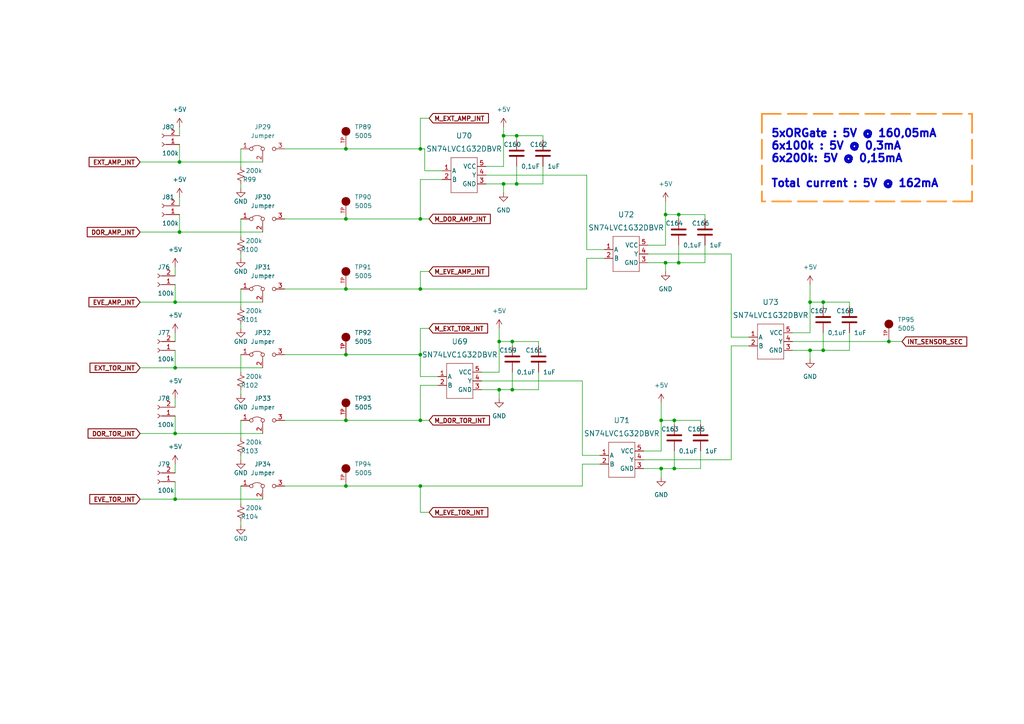
<source format=kicad_sch>
(kicad_sch (version 20211123) (generator eeschema)
  (paper "A4")
  (lib_symbols
    (symbol "Connector:Conn_01x02_Female" (pin_names (offset 1.016) hide)
      (property "Reference" "J" (at 0 2.54 0))
      (property "Value" "Conn_01x02_Female" (at 0 -5.08 0))
      (symbol "Conn_01x02_Female_1_1"
        (arc (start 0 -2.032) (mid -0.508 -2.54) (end 0 -3.048) (stroke (width 0.1524)))
        (polyline (pts (xy -1.27 -2.54) (xy -0.508 -2.54)) (stroke (width 0.1524)))
        (polyline (pts (xy -1.27 0) (xy -0.508 0)) (stroke (width 0.1524)))
        (arc (start 0 0.508) (mid -0.508 0) (end 0 -0.508) (stroke (width 0.1524)))
        (pin passive line (at -5.08 0 0) (length 3.81) (name "Pin_1") (number "1"))
        (pin passive line (at -5.08 -2.54 0) (length 3.81) (name "Pin_2") (number "2"))
      )
    )
    (symbol "Device:C" (pin_numbers hide) (pin_names (offset 0.254))
      (property "Reference" "C" (at 0.635 2.54 0))
      (property "Value" "C" (at 0.635 -2.54 0))
      (symbol "C_0_1"
        (polyline (pts (xy -2.032 -0.762) (xy 2.032 -0.762)) (stroke (width 0.508)))
        (polyline (pts (xy -2.032 0.762) (xy 2.032 0.762)) (stroke (width 0.508)))
      )
      (symbol "C_1_1"
        (pin passive line (at 0 3.81 270) (length 2.794) (name "~") (number "1"))
        (pin passive line (at 0 -3.81 90) (length 2.794) (name "~") (number "2"))
      )
    )
    (symbol "Device:R_Small_US" (pin_numbers hide) (pin_names (offset 0.254) hide)
      (property "Reference" "R" (at 0.762 0.508 0))
      (property "Value" "R_Small_US" (at 0.762 -1.016 0))
      (symbol "R_Small_US_1_1"
        (polyline (pts (xy 0 0) (xy 1.016 -0.381) (xy 0 -0.762) (xy -1.016 -1.143) (xy 0 -1.524)))
        (polyline (pts (xy 0 1.524) (xy 1.016 1.143) (xy 0 0.762) (xy -1.016 0.381) (xy 0 0)))
        (pin passive line (at 0 2.54 270) (length 1.016) (name "~") (number "1"))
        (pin passive line (at 0 -2.54 90) (length 1.016) (name "~") (number "2"))
      )
    )
    (symbol "Jumper:Jumper_3_Bridged12" (pin_names (offset 0) hide)
      (property "Reference" "JP" (at -2.54 -2.54 0))
      (property "Value" "Jumper_3_Bridged12" (at 0 2.794 0))
      (symbol "Jumper_3_Bridged12_0_0"
        (circle (center -3.302 0) (radius 0.508))
        (circle (center 0 0) (radius 0.508))
        (circle (center 3.302 0) (radius 0.508))
      )
      (symbol "Jumper_3_Bridged12_0_1"
        (arc (start -0.254 0.508) (mid -1.651 0.9912) (end -3.048 0.508))
        (polyline (pts (xy 0 -1.27) (xy 0 -0.508)))
      )
      (symbol "Jumper_3_Bridged12_1_1"
        (pin passive line (at -6.35 0 0) (length 2.54) (name "A") (number "1"))
        (pin passive line (at 0 -3.81 90) (length 2.54) (name "C") (number "2"))
        (pin passive line (at 6.35 0 180) (length 2.54) (name "B") (number "3"))
      )
    )
    (symbol "SymLib:5005" (pin_names (offset 1.016))
      (property "Reference" "TP" (at -2.54 2.54 0))
      (property "Value" "5005" (at -2.54 -3.81 0))
      (symbol "5005_0_0"
        (circle (center 0 0) (radius 0.635) (stroke (width 1.27)))
        (pin passive line (at -5.08 0 0) (length 5.08) (name "~") (number "TP"))
      )
    )
    (symbol "SymLib:SN74LVC1G32DBVR" (pin_names (offset 0.254))
      (property "Reference" "U" (at 25.4 10.16 0))
      (property "Value" "SN74LVC1G32DBVR" (at 25.4 7.62 0))
      (symbol "SN74LVC1G32DBVR_0_1"
        (polyline (pts (xy 21.59 -7.62) (xy 29.21 -7.62)) (stroke (width 0.127)))
        (polyline (pts (xy 21.59 2.54) (xy 21.59 -7.62)) (stroke (width 0.127)))
        (polyline (pts (xy 29.21 -7.62) (xy 29.21 2.54)) (stroke (width 0.127)))
        (polyline (pts (xy 29.21 2.54) (xy 21.59 2.54)) (stroke (width 0.127)))
        (pin input line (at 19.05 -1.27 0) (length 2.54) (name "A") (number "1"))
        (pin input line (at 19.05 -3.81 0) (length 2.54) (name "B") (number "2"))
        (pin power_in line (at 31.75 -5.08 180) (length 2.54) (name "GND") (number "3"))
        (pin output line (at 31.75 -2.54 180) (length 2.54) (name "Y") (number "4"))
        (pin power_in line (at 31.75 0 180) (length 2.54) (name "VCC") (number "5"))
      )
    )
    (symbol "power:+5V" (power) (pin_names (offset 0))
      (property "Value" "+5V" (at 0 3.556 0))
      (symbol "+5V_0_1"
        (polyline (pts (xy -0.762 1.27) (xy 0 2.54)))
        (polyline (pts (xy 0 0) (xy 0 2.54)))
        (polyline (pts (xy 0 2.54) (xy 0.762 1.27)))
      )
      (symbol "+5V_1_1"
        (pin power_in line (at 0 0 90) (length 0) hide (name "+5V") (number "1"))
      )
    )
    (symbol "power:GND" (power) (pin_names (offset 0))
      (property "Value" "GND" (at 0 -3.81 0))
      (symbol "GND_0_1"
        (polyline (pts (xy 0 0) (xy 0 -1.27) (xy 1.27 -1.27) (xy 0 -2.54) (xy -1.27 -1.27) (xy 0 -1.27)))
      )
      (symbol "GND_1_1"
        (pin power_in line (at 0 0 270) (length 0) hide (name "GND") (number "1"))
      )
    )
  )
  (junction (at 50.8 144.78))
  (junction (at 234.95 101.6))
  (junction (at 149.86 53.34))
  (junction (at 52.07 67.31))
  (junction (at 121.92 83.82))
  (junction (at 100.33 140.97))
  (junction (at 196.85 76.2))
  (junction (at 193.04 76.2))
  (junction (at 121.92 43.18))
  (junction (at 195.58 121.92))
  (junction (at 191.77 121.92))
  (junction (at 50.8 125.73))
  (junction (at 121.92 102.87))
  (junction (at 196.85 62.23))
  (junction (at 148.59 113.03))
  (junction (at 257.81 99.06))
  (junction (at 121.92 63.5))
  (junction (at 238.76 101.6))
  (junction (at 100.33 63.5))
  (junction (at 100.33 121.92))
  (junction (at 195.58 135.89))
  (junction (at 121.92 121.92))
  (junction (at 144.78 113.03))
  (junction (at 146.05 53.34))
  (junction (at 144.78 99.06))
  (junction (at 50.8 106.68))
  (junction (at 100.33 102.87))
  (junction (at 146.05 39.37))
  (junction (at 100.33 43.18))
  (junction (at 238.76 87.63))
  (junction (at 149.86 39.37))
  (junction (at 121.92 140.97))
  (junction (at 234.95 87.63))
  (junction (at 148.59 99.06))
  (junction (at 50.8 87.63))
  (junction (at 191.77 135.89))
  (junction (at 100.33 83.82))
  (junction (at 52.07 46.99))
  (junction (at 193.04 62.23))
  (wire (pts (xy 69.85 132.08) (xy 69.85 133.35)))
  (wire (pts (xy 121.92 121.92) (xy 121.92 111.76)))
  (wire (pts (xy 121.92 140.97) (xy 121.92 148.59)))
  (wire (pts (xy 187.96 71.12) (xy 193.04 71.12)))
  (wire (pts (xy 146.05 39.37) (xy 149.86 39.37)))
  (wire (pts (xy 238.76 88.9) (xy 238.76 87.63)))
  (wire (pts (xy 50.8 87.63) (xy 76.2 87.63)))
  (wire (pts (xy 144.78 115.57) (xy 144.78 113.03)))
  (wire (pts (xy 186.69 133.35) (xy 212.09 133.35)))
  (wire (pts (xy 50.8 106.68) (xy 50.8 101.6)))
  (wire (pts (xy 191.77 121.92) (xy 191.77 130.81)))
  (wire (pts (xy 82.55 63.5) (xy 100.33 63.5)))
  (wire (pts (xy 196.85 63.5) (xy 196.85 62.23)))
  (wire (pts (xy 139.7 107.95) (xy 144.78 107.95)))
  (wire (pts (xy 193.04 62.23) (xy 193.04 71.12)))
  (wire (pts (xy 196.85 76.2) (xy 193.04 76.2)))
  (wire (pts (xy 139.7 110.49) (xy 168.91 110.49)))
  (wire (pts (xy 50.8 144.78) (xy 76.2 144.78)))
  (wire (pts (xy 69.85 121.92) (xy 69.85 127)))
  (wire (pts (xy 234.95 104.14) (xy 234.95 101.6)))
  (wire (pts (xy 170.18 72.39) (xy 175.26 72.39)))
  (wire (pts (xy 40.64 46.99) (xy 52.07 46.99)))
  (wire (pts (xy 157.48 39.37) (xy 149.86 39.37)))
  (wire (pts (xy 121.92 43.18) (xy 123.19 43.18)))
  (wire (pts (xy 191.77 121.92) (xy 195.58 121.92)))
  (wire (pts (xy 193.04 58.42) (xy 193.04 62.23)))
  (polyline (pts (xy 220.98 33.02) (xy 281.94 33.02)) (stroke (width 0.5) (type dash) (color 255 148 44 1)))
  (wire (pts (xy 50.8 106.68) (xy 76.2 106.68)))
  (wire (pts (xy 52.07 36.83) (xy 52.07 39.37)))
  (wire (pts (xy 187.96 73.66) (xy 212.09 73.66)))
  (wire (pts (xy 121.92 102.87) (xy 121.92 109.22)))
  (wire (pts (xy 191.77 116.84) (xy 191.77 121.92)))
  (wire (pts (xy 52.07 67.31) (xy 52.07 62.23)))
  (polyline (pts (xy 281.94 33.02) (xy 281.94 58.42)) (stroke (width 0.5) (type dash) (color 255 148 44 1)))
  (wire (pts (xy 168.91 140.97) (xy 168.91 134.62)))
  (polyline (pts (xy 220.98 33.02) (xy 220.98 58.42)) (stroke (width 0.5) (type dash) (color 255 148 44 1)))
  (wire (pts (xy 82.55 140.97) (xy 100.33 140.97)))
  (wire (pts (xy 238.76 101.6) (xy 234.95 101.6)))
  (wire (pts (xy 121.92 111.76) (xy 127 111.76)))
  (wire (pts (xy 204.47 71.12) (xy 204.47 76.2)))
  (wire (pts (xy 140.97 48.26) (xy 146.05 48.26)))
  (wire (pts (xy 146.05 39.37) (xy 146.05 48.26)))
  (wire (pts (xy 234.95 82.55) (xy 234.95 87.63)))
  (wire (pts (xy 69.85 113.03) (xy 69.85 114.3)))
  (wire (pts (xy 69.85 140.97) (xy 69.85 146.05)))
  (wire (pts (xy 50.8 125.73) (xy 50.8 120.65)))
  (wire (pts (xy 40.64 67.31) (xy 52.07 67.31)))
  (wire (pts (xy 52.07 67.31) (xy 76.2 67.31)))
  (wire (pts (xy 50.8 125.73) (xy 76.2 125.73)))
  (wire (pts (xy 193.04 76.2) (xy 187.96 76.2)))
  (wire (pts (xy 121.92 63.5) (xy 121.92 52.07)))
  (wire (pts (xy 168.91 132.08) (xy 173.99 132.08)))
  (wire (pts (xy 40.64 144.78) (xy 50.8 144.78)))
  (wire (pts (xy 100.33 43.18) (xy 121.92 43.18)))
  (wire (pts (xy 82.55 121.92) (xy 100.33 121.92)))
  (wire (pts (xy 146.05 55.88) (xy 146.05 53.34)))
  (wire (pts (xy 124.46 95.25) (xy 121.92 95.25)))
  (wire (pts (xy 69.85 83.82) (xy 69.85 88.9)))
  (wire (pts (xy 50.8 115.57) (xy 50.8 118.11)))
  (wire (pts (xy 69.85 102.87) (xy 69.85 107.95)))
  (wire (pts (xy 100.33 102.87) (xy 121.92 102.87)))
  (wire (pts (xy 69.85 93.98) (xy 69.85 95.25)))
  (wire (pts (xy 121.92 78.74) (xy 121.92 83.82)))
  (polyline (pts (xy 281.94 58.42) (xy 220.98 58.42)) (stroke (width 0.5) (type dash) (color 255 148 44 1)))
  (wire (pts (xy 168.91 110.49) (xy 168.91 132.08)))
  (wire (pts (xy 168.91 134.62) (xy 173.99 134.62)))
  (wire (pts (xy 121.92 140.97) (xy 168.91 140.97)))
  (wire (pts (xy 229.87 99.06) (xy 257.81 99.06)))
  (wire (pts (xy 50.8 77.47) (xy 50.8 80.01)))
  (wire (pts (xy 149.86 40.64) (xy 149.86 39.37)))
  (wire (pts (xy 212.09 97.79) (xy 217.17 97.79)))
  (wire (pts (xy 149.86 48.26) (xy 149.86 53.34)))
  (wire (pts (xy 217.17 100.33) (xy 212.09 100.33)))
  (wire (pts (xy 149.86 53.34) (xy 157.48 53.34)))
  (wire (pts (xy 246.38 88.9) (xy 246.38 87.63)))
  (wire (pts (xy 121.92 78.74) (xy 124.46 78.74)))
  (wire (pts (xy 121.92 109.22) (xy 127 109.22)))
  (wire (pts (xy 204.47 62.23) (xy 196.85 62.23)))
  (wire (pts (xy 204.47 63.5) (xy 204.47 62.23)))
  (wire (pts (xy 100.33 121.92) (xy 121.92 121.92)))
  (wire (pts (xy 69.85 53.34) (xy 69.85 54.61)))
  (wire (pts (xy 82.55 43.18) (xy 100.33 43.18)))
  (wire (pts (xy 195.58 130.81) (xy 195.58 135.89)))
  (wire (pts (xy 148.59 113.03) (xy 144.78 113.03)))
  (wire (pts (xy 69.85 73.66) (xy 69.85 74.93)))
  (wire (pts (xy 170.18 74.93) (xy 170.18 83.82)))
  (wire (pts (xy 100.33 83.82) (xy 82.55 83.82)))
  (wire (pts (xy 212.09 73.66) (xy 212.09 97.79)))
  (wire (pts (xy 50.8 144.78) (xy 50.8 139.7)))
  (wire (pts (xy 191.77 135.89) (xy 186.69 135.89)))
  (wire (pts (xy 234.95 87.63) (xy 238.76 87.63)))
  (wire (pts (xy 146.05 36.83) (xy 146.05 39.37)))
  (wire (pts (xy 144.78 99.06) (xy 148.59 99.06)))
  (wire (pts (xy 121.92 34.29) (xy 121.92 43.18)))
  (wire (pts (xy 157.48 48.26) (xy 157.48 53.34)))
  (wire (pts (xy 123.19 49.53) (xy 128.27 49.53)))
  (wire (pts (xy 50.8 96.52) (xy 50.8 99.06)))
  (wire (pts (xy 148.59 107.95) (xy 148.59 113.03)))
  (wire (pts (xy 234.95 87.63) (xy 234.95 96.52)))
  (wire (pts (xy 196.85 76.2) (xy 204.47 76.2)))
  (wire (pts (xy 69.85 151.13) (xy 69.85 152.4)))
  (wire (pts (xy 193.04 62.23) (xy 196.85 62.23)))
  (wire (pts (xy 149.86 53.34) (xy 146.05 53.34)))
  (wire (pts (xy 246.38 87.63) (xy 238.76 87.63)))
  (wire (pts (xy 203.2 130.81) (xy 203.2 135.89)))
  (wire (pts (xy 40.64 125.73) (xy 50.8 125.73)))
  (wire (pts (xy 121.92 83.82) (xy 100.33 83.82)))
  (wire (pts (xy 50.8 87.63) (xy 50.8 82.55)))
  (wire (pts (xy 229.87 96.52) (xy 234.95 96.52)))
  (wire (pts (xy 148.59 113.03) (xy 156.21 113.03)))
  (wire (pts (xy 144.78 95.25) (xy 144.78 99.06)))
  (wire (pts (xy 144.78 113.03) (xy 139.7 113.03)))
  (wire (pts (xy 100.33 63.5) (xy 121.92 63.5)))
  (wire (pts (xy 123.19 43.18) (xy 123.19 49.53)))
  (wire (pts (xy 148.59 100.33) (xy 148.59 99.06)))
  (wire (pts (xy 100.33 140.97) (xy 121.92 140.97)))
  (wire (pts (xy 156.21 99.06) (xy 148.59 99.06)))
  (wire (pts (xy 121.92 83.82) (xy 170.18 83.82)))
  (wire (pts (xy 196.85 71.12) (xy 196.85 76.2)))
  (wire (pts (xy 69.85 63.5) (xy 69.85 68.58)))
  (wire (pts (xy 195.58 123.19) (xy 195.58 121.92)))
  (wire (pts (xy 50.8 134.62) (xy 50.8 137.16)))
  (wire (pts (xy 124.46 148.59) (xy 121.92 148.59)))
  (wire (pts (xy 212.09 100.33) (xy 212.09 133.35)))
  (wire (pts (xy 157.48 40.64) (xy 157.48 39.37)))
  (wire (pts (xy 156.21 100.33) (xy 156.21 99.06)))
  (wire (pts (xy 146.05 53.34) (xy 140.97 53.34)))
  (wire (pts (xy 203.2 121.92) (xy 195.58 121.92)))
  (wire (pts (xy 156.21 107.95) (xy 156.21 113.03)))
  (wire (pts (xy 124.46 34.29) (xy 121.92 34.29)))
  (wire (pts (xy 82.55 102.87) (xy 100.33 102.87)))
  (wire (pts (xy 144.78 99.06) (xy 144.78 107.95)))
  (wire (pts (xy 195.58 135.89) (xy 191.77 135.89)))
  (wire (pts (xy 52.07 46.99) (xy 52.07 41.91)))
  (wire (pts (xy 40.64 87.63) (xy 50.8 87.63)))
  (wire (pts (xy 69.85 43.18) (xy 69.85 48.26)))
  (wire (pts (xy 121.92 63.5) (xy 124.46 63.5)))
  (wire (pts (xy 186.69 130.81) (xy 191.77 130.81)))
  (wire (pts (xy 257.81 99.06) (xy 261.62 99.06)))
  (wire (pts (xy 193.04 78.74) (xy 193.04 76.2)))
  (wire (pts (xy 238.76 96.52) (xy 238.76 101.6)))
  (wire (pts (xy 238.76 101.6) (xy 246.38 101.6)))
  (wire (pts (xy 140.97 50.8) (xy 170.18 50.8)))
  (wire (pts (xy 203.2 123.19) (xy 203.2 121.92)))
  (wire (pts (xy 121.92 121.92) (xy 124.46 121.92)))
  (wire (pts (xy 246.38 96.52) (xy 246.38 101.6)))
  (wire (pts (xy 52.07 57.15) (xy 52.07 59.69)))
  (wire (pts (xy 170.18 50.8) (xy 170.18 72.39)))
  (wire (pts (xy 121.92 95.25) (xy 121.92 102.87)))
  (wire (pts (xy 234.95 101.6) (xy 229.87 101.6)))
  (wire (pts (xy 121.92 52.07) (xy 128.27 52.07)))
  (wire (pts (xy 40.64 106.68) (xy 50.8 106.68)))
  (wire (pts (xy 195.58 135.89) (xy 203.2 135.89)))
  (wire (pts (xy 191.77 138.43) (xy 191.77 135.89)))
  (wire (pts (xy 170.18 74.93) (xy 175.26 74.93)))
  (wire (pts (xy 52.07 46.99) (xy 76.2 46.99)))
  (text "5xORGate : 5V @ 160,05mA\n6x100k : 5V @ 0,3mA\n6x200k: 5V @ 0,15mA\n\nTotal current : 5V @ 162mA" (at 223.52 54.61 0) (effects (font (size 2.25 2.25) (thickness 0.5) bold) (justify left bottom)))
  (global_label "DOR_TOR_INT" (shape input) (at 40.64 125.73 180) (effects (font (thickness 0.254) bold)) (property "Intersheet References" "${INTERSHEET_REFS}" (effects hide)))
  (global_label "EVE_AMP_INT" (shape input) (at 40.64 87.63 180) (effects (font (thickness 0.254) bold)) (property "Intersheet References" "${INTERSHEET_REFS}" (effects hide)))
  (global_label "EXT_TOR_INT" (shape input) (at 40.64 106.68 180) (effects (font (thickness 0.254) bold)) (property "Intersheet References" "${INTERSHEET_REFS}" (effects hide)))
  (global_label "M_EXT_AMP_INT" (shape input) (at 124.46 34.29 0) (effects (font (thickness 0.254) bold)) (property "Intersheet References" "${INTERSHEET_REFS}" (effects hide)))
  (global_label "DOR_AMP_INT" (shape input) (at 40.64 67.31 180) (effects (font (thickness 0.254) bold)) (property "Intersheet References" "${INTERSHEET_REFS}" (effects hide)))
  (global_label "M_EXT_TOR_INT" (shape input) (at 124.46 95.25 0) (effects (font (thickness 0.254) bold)) (property "Intersheet References" "${INTERSHEET_REFS}" (effects hide)))
  (global_label "M_DOR_TOR_INT" (shape input) (at 124.46 121.92 0) (effects (font (thickness 0.254) bold)) (property "Intersheet References" "${INTERSHEET_REFS}" (effects hide)))
  (global_label "EVE_TOR_INT" (shape input) (at 40.64 144.78 180) (effects (font (thickness 0.254) bold)) (property "Intersheet References" "${INTERSHEET_REFS}" (effects hide)))
  (global_label "M_EVE_TOR_INT" (shape input) (at 124.46 148.59 0) (effects (font (thickness 0.254) bold)) (property "Intersheet References" "${INTERSHEET_REFS}" (effects hide)))
  (global_label "M_DOR_AMP_INT" (shape input) (at 124.46 63.5 0) (effects (font (thickness 0.254) bold)) (property "Intersheet References" "${INTERSHEET_REFS}" (effects hide)))
  (global_label "M_EVE_AMP_INT" (shape input) (at 124.46 78.74 0) (effects (font (thickness 0.254) bold)) (property "Intersheet References" "${INTERSHEET_REFS}" (effects hide)))
  (global_label "EXT_AMP_INT" (shape input) (at 40.64 46.99 180) (effects (font (thickness 0.254) bold)) (property "Intersheet References" "${INTERSHEET_REFS}" (effects hide)))
  (global_label "INT_SENSOR_SEC" (shape input) (at 261.62 99.06 0) (effects (font (thickness 0.254) bold)) (property "Intersheet References" "${INTERSHEET_REFS}" (effects hide)))
  (symbol (lib_id "Device:R_Small_US") (at 69.85 50.8 0) (unit 1)
    (property "Reference" "R99" (at 72.39 52.07 0))
    (property "Value" "200k" (at 73.66 49.53 0))
    (property "Footprint" "Resistor_SMD:R_0603_1608Metric" (effects hide))
  )
  (symbol (lib_id "SymLib:SN74LVC1G32DBVR") (at 107.95 107.95 0) (unit 1)
    (property "Reference" "U69" (at 133.35 99.06 0) (effects (font (size 1.524 1.524))))
    (property "Value" "SN74LVC1G32DBVR" (at 133.35 102.87 0) (effects (font (size 1.524 1.524))))
    (property "Footprint" "FootPrint:SOT95P270X145-5N" (effects hide))
  )
  (symbol (lib_id "power:+5V") (at 50.8 115.57 0) (unit 1)
    (property "Reference" "#PWR0382" (effects hide))
    (property "Value" "+5V" (at 50.8 110.49 0))
  )
  (symbol (lib_id "power:+5V") (at 50.8 77.47 0) (unit 1)
    (property "Reference" "#PWR0380" (effects hide))
    (property "Value" "+5V" (at 50.8 72.39 0))
  )
  (symbol (lib_id "Connector:Conn_01x02_Female") (at 45.72 139.7 180) (unit 1)
    (property "Reference" "J79" (at 45.72 134.62 0) (effects (justify right)))
    (property "Value" "100k" (at 45.72 142.24 0) (effects (justify right)))
    (property "Footprint" "Connector_PinHeader_2.54mm:PinHeader_1x02_P2.54mm_Vertical" (effects hide))
  )
  (symbol (lib_id "SymLib:SN74LVC1G32DBVR") (at 109.22 48.26 0) (unit 1)
    (property "Reference" "U70" (at 134.62 39.37 0) (effects (font (size 1.524 1.524))))
    (property "Value" "SN74LVC1G32DBVR" (at 134.62 43.18 0) (effects (font (size 1.524 1.524))))
    (property "Footprint" "FootPrint:SOT95P270X145-5N" (effects hide))
  )
  (symbol (lib_id "power:+5V") (at 52.07 36.83 0) (unit 1)
    (property "Reference" "#PWR0384" (effects hide))
    (property "Value" "+5V" (at 52.07 31.75 0))
  )
  (symbol (lib_id "Device:C") (at 149.86 44.45 0) (unit 1)
    (property "Reference" "C160" (at 146.05 41.91 0) (effects (justify left)))
    (property "Value" "0,1uF" (at 151.13 48.26 0) (effects (justify left)))
    (property "Footprint" "Capacitor_SMD:C_0603_1608Metric" (effects hide))
  )
  (symbol (lib_id "Jumper:Jumper_3_Bridged12") (at 76.2 140.97 0) (unit 1)
    (property "Reference" "JP34" (at 76.2 134.62 0))
    (property "Value" "Jumper" (at 76.2 137.16 0))
    (property "Footprint" "Connector_PinHeader_2.54mm:PinHeader_1x03_P2.54mm_Vertical" (effects hide))
  )
  (symbol (lib_id "SymLib:SN74LVC1G32DBVR") (at 198.12 96.52 0) (unit 1)
    (property "Reference" "U73" (at 223.52 87.63 0) (effects (font (size 1.524 1.524))))
    (property "Value" "SN74LVC1G32DBVR" (at 223.52 91.44 0) (effects (font (size 1.524 1.524))))
    (property "Footprint" "FootPrint:SOT95P270X145-5N" (effects hide))
  )
  (symbol (lib_id "Device:C") (at 204.47 67.31 0) (unit 1)
    (property "Reference" "C166" (at 200.66 64.77 0) (effects (justify left)))
    (property "Value" "1uF" (at 205.74 71.12 0) (effects (justify left)))
    (property "Footprint" "Capacitor_SMD:C_0603_1608Metric" (effects hide))
  )
  (symbol (lib_id "SymLib:SN74LVC1G32DBVR") (at 156.21 71.12 0) (unit 1)
    (property "Reference" "U72" (at 181.61 62.23 0) (effects (font (size 1.524 1.524))))
    (property "Value" "SN74LVC1G32DBVR" (at 181.61 66.04 0) (effects (font (size 1.524 1.524))))
    (property "Footprint" "FootPrint:SOT95P270X145-5N" (effects hide))
  )
  (symbol (lib_id "Device:R_Small_US") (at 69.85 129.54 0) (unit 1)
    (property "Reference" "R103" (at 72.39 130.81 0))
    (property "Value" "200k" (at 73.66 128.27 0))
    (property "Footprint" "Resistor_SMD:R_0603_1608Metric" (effects hide))
  )
  (symbol (lib_id "SymLib:5005") (at 100.33 135.89 90) (unit 1)
    (property "Reference" "TP94" (at 102.87 134.6199 90) (effects (justify right)))
    (property "Value" "5005" (at 102.87 137.1599 90) (effects (justify right)))
    (property "Footprint" "FootPrint:KEYSTONE_5005" (effects hide))
    (property "MF" "Keystone Electronics" (effects hide))
    (property "DESCRIPTION" "Compact THM Test Point -Red" (effects hide))
    (property "PACKAGE" "NON STANDARD-1 Keystone" (effects hide))
    (property "PRICE" "None" (effects hide))
    (property "MP" "5005" (effects hide))
    (property "AVAILABILITY" "In Stock" (effects hide))
    (property "PURCHASE-URL" "https://pricing.snapeda.com/search/part/5005/?ref=eda" (effects hide))
  )
  (symbol (lib_id "SymLib:SN74LVC1G32DBVR") (at 154.94 130.81 0) (unit 1)
    (property "Reference" "U71" (at 180.34 121.92 0) (effects (font (size 1.524 1.524))))
    (property "Value" "SN74LVC1G32DBVR" (at 180.34 125.73 0) (effects (font (size 1.524 1.524))))
    (property "Footprint" "FootPrint:SOT95P270X145-5N" (effects hide))
  )
  (symbol (lib_id "SymLib:5005") (at 100.33 97.79 90) (unit 1)
    (property "Reference" "TP92" (at 102.87 96.5199 90) (effects (justify right)))
    (property "Value" "5005" (at 102.87 99.0599 90) (effects (justify right)))
    (property "Footprint" "FootPrint:KEYSTONE_5005" (effects hide))
    (property "MF" "Keystone Electronics" (effects hide))
    (property "DESCRIPTION" "Compact THM Test Point -Red" (effects hide))
    (property "PACKAGE" "NON STANDARD-1 Keystone" (effects hide))
    (property "PRICE" "None" (effects hide))
    (property "MP" "5005" (effects hide))
    (property "AVAILABILITY" "In Stock" (effects hide))
    (property "PURCHASE-URL" "https://pricing.snapeda.com/search/part/5005/?ref=eda" (effects hide))
  )
  (symbol (lib_id "power:GND") (at 146.05 55.88 0) (unit 1)
    (property "Reference" "#PWR0393" (effects hide))
    (property "Value" "GND" (at 146.05 60.96 0))
  )
  (symbol (lib_id "Device:R_Small_US") (at 69.85 110.49 0) (unit 1)
    (property "Reference" "R102" (at 72.39 111.76 0))
    (property "Value" "200k" (at 73.66 109.22 0))
    (property "Footprint" "Resistor_SMD:R_0603_1608Metric" (effects hide))
  )
  (symbol (lib_id "Device:C") (at 246.38 92.71 0) (unit 1)
    (property "Reference" "C168" (at 242.57 90.17 0) (effects (justify left)))
    (property "Value" "1uF" (at 247.65 96.52 0) (effects (justify left)))
    (property "Footprint" "Capacitor_SMD:C_0603_1608Metric" (effects hide))
  )
  (symbol (lib_id "power:+5V") (at 144.78 95.25 0) (unit 1)
    (property "Reference" "#PWR0394" (effects hide))
    (property "Value" "+5V" (at 144.78 90.17 0))
  )
  (symbol (lib_id "power:+5V") (at 191.77 116.84 0) (unit 1)
    (property "Reference" "#PWR0398" (effects hide))
    (property "Value" "+5V" (at 191.77 111.76 0))
  )
  (symbol (lib_id "Device:R_Small_US") (at 69.85 71.12 0) (unit 1)
    (property "Reference" "R100" (at 72.39 72.39 0))
    (property "Value" "200k" (at 73.66 69.85 0))
    (property "Footprint" "Resistor_SMD:R_0603_1608Metric" (effects hide))
  )
  (symbol (lib_id "Jumper:Jumper_3_Bridged12") (at 76.2 43.18 0) (unit 1)
    (property "Reference" "JP29" (at 76.2 36.83 0))
    (property "Value" "Jumper" (at 76.2 39.37 0))
    (property "Footprint" "Connector_PinHeader_2.54mm:PinHeader_1x03_P2.54mm_Vertical" (effects hide))
  )
  (symbol (lib_id "power:GND") (at 191.77 138.43 0) (unit 1)
    (property "Reference" "#PWR0396" (effects hide))
    (property "Value" "GND" (at 191.77 143.51 0))
  )
  (symbol (lib_id "power:GND") (at 69.85 152.4 0) (unit 1)
    (property "Reference" "#PWR0391" (effects hide))
    (property "Value" "GND" (at 69.85 156.21 0))
  )
  (symbol (lib_id "Device:C") (at 156.21 104.14 0) (unit 1)
    (property "Reference" "C161" (at 152.4 101.6 0) (effects (justify left)))
    (property "Value" "1uF" (at 157.48 107.95 0) (effects (justify left)))
    (property "Footprint" "Capacitor_SMD:C_0603_1608Metric" (effects hide))
  )
  (symbol (lib_id "power:GND") (at 69.85 54.61 0) (unit 1)
    (property "Reference" "#PWR0386" (effects hide))
    (property "Value" "GND" (at 69.85 58.42 0))
  )
  (symbol (lib_id "power:+5V") (at 50.8 134.62 0) (unit 1)
    (property "Reference" "#PWR0383" (effects hide))
    (property "Value" "+5V" (at 50.8 129.54 0))
  )
  (symbol (lib_id "Device:R_Small_US") (at 69.85 91.44 0) (unit 1)
    (property "Reference" "R101" (at 72.39 92.71 0))
    (property "Value" "200k" (at 73.66 90.17 0))
    (property "Footprint" "Resistor_SMD:R_0603_1608Metric" (effects hide))
  )
  (symbol (lib_id "power:GND") (at 69.85 74.93 0) (unit 1)
    (property "Reference" "#PWR0387" (effects hide))
    (property "Value" "GND" (at 69.85 78.74 0))
  )
  (symbol (lib_id "SymLib:5005") (at 257.81 93.98 90) (unit 1)
    (property "Reference" "TP95" (at 260.35 92.7099 90) (effects (justify right)))
    (property "Value" "5005" (at 260.35 95.2499 90) (effects (justify right)))
    (property "Footprint" "FootPrint:KEYSTONE_5005" (effects hide))
    (property "MF" "Keystone Electronics" (effects hide))
    (property "DESCRIPTION" "Compact THM Test Point -Red" (effects hide))
    (property "PACKAGE" "NON STANDARD-1 Keystone" (effects hide))
    (property "PRICE" "None" (effects hide))
    (property "MP" "5005" (effects hide))
    (property "AVAILABILITY" "In Stock" (effects hide))
    (property "PURCHASE-URL" "https://pricing.snapeda.com/search/part/5005/?ref=eda" (effects hide))
  )
  (symbol (lib_id "Jumper:Jumper_3_Bridged12") (at 76.2 83.82 0) (unit 1)
    (property "Reference" "JP31" (at 76.2 77.47 0))
    (property "Value" "Jumper" (at 76.2 80.01 0))
    (property "Footprint" "Connector_PinHeader_2.54mm:PinHeader_1x03_P2.54mm_Vertical" (effects hide))
  )
  (symbol (lib_id "power:GND") (at 193.04 78.74 0) (unit 1)
    (property "Reference" "#PWR0397" (effects hide))
    (property "Value" "GND" (at 193.04 83.82 0))
  )
  (symbol (lib_id "Connector:Conn_01x02_Female") (at 45.72 101.6 180) (unit 1)
    (property "Reference" "J77" (at 45.72 96.52 0) (effects (justify right)))
    (property "Value" "100k" (at 45.72 104.14 0) (effects (justify right)))
    (property "Footprint" "Connector_PinHeader_2.54mm:PinHeader_1x02_P2.54mm_Vertical" (effects hide))
  )
  (symbol (lib_id "power:+5V") (at 193.04 58.42 0) (unit 1)
    (property "Reference" "#PWR0399" (effects hide))
    (property "Value" "+5V" (at 193.04 53.34 0))
  )
  (symbol (lib_id "Device:C") (at 196.85 67.31 0) (unit 1)
    (property "Reference" "C164" (at 193.04 64.77 0) (effects (justify left)))
    (property "Value" "0,1uF" (at 198.12 71.12 0) (effects (justify left)))
    (property "Footprint" "Capacitor_SMD:C_0603_1608Metric" (effects hide))
  )
  (symbol (lib_id "SymLib:5005") (at 100.33 38.1 90) (unit 1)
    (property "Reference" "TP89" (at 102.87 36.8299 90) (effects (justify right)))
    (property "Value" "5005" (at 102.87 39.3699 90) (effects (justify right)))
    (property "Footprint" "FootPrint:KEYSTONE_5005" (effects hide))
    (property "MF" "Keystone Electronics" (effects hide))
    (property "DESCRIPTION" "Compact THM Test Point -Red" (effects hide))
    (property "PACKAGE" "NON STANDARD-1 Keystone" (effects hide))
    (property "PRICE" "None" (effects hide))
    (property "MP" "5005" (effects hide))
    (property "AVAILABILITY" "In Stock" (effects hide))
    (property "PURCHASE-URL" "https://pricing.snapeda.com/search/part/5005/?ref=eda" (effects hide))
  )
  (symbol (lib_id "Connector:Conn_01x02_Female") (at 46.99 62.23 180) (unit 1)
    (property "Reference" "J81" (at 46.99 57.15 0) (effects (justify right)))
    (property "Value" "100k" (at 46.99 64.77 0) (effects (justify right)))
    (property "Footprint" "Connector_PinHeader_2.54mm:PinHeader_1x02_P2.54mm_Vertical" (effects hide))
  )
  (symbol (lib_id "Device:C") (at 238.76 92.71 0) (unit 1)
    (property "Reference" "C167" (at 234.95 90.17 0) (effects (justify left)))
    (property "Value" "0,1uF" (at 240.03 96.52 0) (effects (justify left)))
    (property "Footprint" "Capacitor_SMD:C_0603_1608Metric" (effects hide))
  )
  (symbol (lib_id "Device:R_Small_US") (at 69.85 148.59 0) (unit 1)
    (property "Reference" "R104" (at 72.39 149.86 0))
    (property "Value" "200k" (at 73.66 147.32 0))
    (property "Footprint" "Resistor_SMD:R_0603_1608Metric" (effects hide))
  )
  (symbol (lib_id "power:GND") (at 69.85 114.3 0) (unit 1)
    (property "Reference" "#PWR0389" (effects hide))
    (property "Value" "GND" (at 69.85 118.11 0))
  )
  (symbol (lib_id "Connector:Conn_01x02_Female") (at 46.99 41.91 180) (unit 1)
    (property "Reference" "J80" (at 46.99 36.83 0) (effects (justify right)))
    (property "Value" "100k" (at 46.99 44.45 0) (effects (justify right)))
    (property "Footprint" "Connector_PinHeader_2.54mm:PinHeader_1x02_P2.54mm_Vertical" (effects hide))
  )
  (symbol (lib_id "Jumper:Jumper_3_Bridged12") (at 76.2 102.87 0) (unit 1)
    (property "Reference" "JP32" (at 76.2 96.52 0))
    (property "Value" "Jumper" (at 76.2 99.06 0))
    (property "Footprint" "Connector_PinHeader_2.54mm:PinHeader_1x03_P2.54mm_Vertical" (effects hide))
  )
  (symbol (lib_id "SymLib:5005") (at 100.33 58.42 90) (unit 1)
    (property "Reference" "TP90" (at 102.87 57.1499 90) (effects (justify right)))
    (property "Value" "5005" (at 102.87 59.6899 90) (effects (justify right)))
    (property "Footprint" "FootPrint:KEYSTONE_5005" (effects hide))
    (property "MF" "Keystone Electronics" (effects hide))
    (property "DESCRIPTION" "Compact THM Test Point -Red" (effects hide))
    (property "PACKAGE" "NON STANDARD-1 Keystone" (effects hide))
    (property "PRICE" "None" (effects hide))
    (property "MP" "5005" (effects hide))
    (property "AVAILABILITY" "In Stock" (effects hide))
    (property "PURCHASE-URL" "https://pricing.snapeda.com/search/part/5005/?ref=eda" (effects hide))
  )
  (symbol (lib_id "power:GND") (at 144.78 115.57 0) (unit 1)
    (property "Reference" "#PWR0392" (effects hide))
    (property "Value" "GND" (at 144.78 120.65 0))
  )
  (symbol (lib_id "Jumper:Jumper_3_Bridged12") (at 76.2 121.92 0) (unit 1)
    (property "Reference" "JP33" (at 76.2 115.57 0))
    (property "Value" "Jumper" (at 76.2 118.11 0))
    (property "Footprint" "Connector_PinHeader_2.54mm:PinHeader_1x03_P2.54mm_Vertical" (effects hide))
  )
  (symbol (lib_id "power:GND") (at 69.85 133.35 0) (unit 1)
    (property "Reference" "#PWR0390" (effects hide))
    (property "Value" "GND" (at 69.85 137.16 0))
  )
  (symbol (lib_id "power:GND") (at 234.95 104.14 0) (unit 1)
    (property "Reference" "#PWR0400" (effects hide))
    (property "Value" "GND" (at 234.95 109.22 0))
  )
  (symbol (lib_id "power:+5V") (at 234.95 82.55 0) (unit 1)
    (property "Reference" "#PWR0401" (effects hide))
    (property "Value" "+5V" (at 234.95 77.47 0))
  )
  (symbol (lib_id "Connector:Conn_01x02_Female") (at 45.72 82.55 180) (unit 1)
    (property "Reference" "J76" (at 45.72 77.47 0) (effects (justify right)))
    (property "Value" "100k" (at 45.72 85.09 0) (effects (justify right)))
    (property "Footprint" "Connector_PinHeader_2.54mm:PinHeader_1x02_P2.54mm_Vertical" (effects hide))
  )
  (symbol (lib_id "SymLib:5005") (at 100.33 78.74 90) (unit 1)
    (property "Reference" "TP91" (at 102.87 77.4699 90) (effects (justify right)))
    (property "Value" "5005" (at 102.87 80.0099 90) (effects (justify right)))
    (property "Footprint" "FootPrint:KEYSTONE_5005" (effects hide))
    (property "MF" "Keystone Electronics" (effects hide))
    (property "DESCRIPTION" "Compact THM Test Point -Red" (effects hide))
    (property "PACKAGE" "NON STANDARD-1 Keystone" (effects hide))
    (property "PRICE" "None" (effects hide))
    (property "MP" "5005" (effects hide))
    (property "AVAILABILITY" "In Stock" (effects hide))
    (property "PURCHASE-URL" "https://pricing.snapeda.com/search/part/5005/?ref=eda" (effects hide))
  )
  (symbol (lib_id "Device:C") (at 195.58 127 0) (unit 1)
    (property "Reference" "C163" (at 191.77 124.46 0) (effects (justify left)))
    (property "Value" "0,1uF" (at 196.85 130.81 0) (effects (justify left)))
    (property "Footprint" "Capacitor_SMD:C_0603_1608Metric" (effects hide))
  )
  (symbol (lib_id "Device:C") (at 157.48 44.45 0) (unit 1)
    (property "Reference" "C162" (at 153.67 41.91 0) (effects (justify left)))
    (property "Value" "1uF" (at 158.75 48.26 0) (effects (justify left)))
    (property "Footprint" "Capacitor_SMD:C_0603_1608Metric" (effects hide))
  )
  (symbol (lib_id "Jumper:Jumper_3_Bridged12") (at 76.2 63.5 0) (unit 1)
    (property "Reference" "JP30" (at 76.2 57.15 0))
    (property "Value" "Jumper" (at 76.2 59.69 0))
    (property "Footprint" "Connector_PinHeader_2.54mm:PinHeader_1x03_P2.54mm_Vertical" (effects hide))
  )
  (symbol (lib_id "Connector:Conn_01x02_Female") (at 45.72 120.65 180) (unit 1)
    (property "Reference" "J78" (at 45.72 115.57 0) (effects (justify right)))
    (property "Value" "100k" (at 45.72 123.19 0) (effects (justify right)))
    (property "Footprint" "Connector_PinHeader_2.54mm:PinHeader_1x02_P2.54mm_Vertical" (effects hide))
  )
  (symbol (lib_id "Device:C") (at 148.59 104.14 0) (unit 1)
    (property "Reference" "C159" (at 144.78 101.6 0) (effects (justify left)))
    (property "Value" "0,1uF" (at 149.86 107.95 0) (effects (justify left)))
    (property "Footprint" "Capacitor_SMD:C_0603_1608Metric" (effects hide))
  )
  (symbol (lib_id "power:GND") (at 69.85 95.25 0) (unit 1)
    (property "Reference" "#PWR0388" (effects hide))
    (property "Value" "GND" (at 69.85 99.06 0))
  )
  (symbol (lib_id "power:+5V") (at 52.07 57.15 0) (unit 1)
    (property "Reference" "#PWR0385" (effects hide))
    (property "Value" "+5V" (at 52.07 52.07 0))
  )
  (symbol (lib_id "power:+5V") (at 50.8 96.52 0) (unit 1)
    (property "Reference" "#PWR0381" (effects hide))
    (property "Value" "+5V" (at 50.8 91.44 0))
  )
  (symbol (lib_id "power:+5V") (at 146.05 36.83 0) (unit 1)
    (property "Reference" "#PWR0395" (effects hide))
    (property "Value" "+5V" (at 146.05 31.75 0))
  )
  (symbol (lib_id "SymLib:5005") (at 100.33 116.84 90) (unit 1)
    (property "Reference" "TP93" (at 102.87 115.5699 90) (effects (justify right)))
    (property "Value" "5005" (at 102.87 118.1099 90) (effects (justify right)))
    (property "Footprint" "FootPrint:KEYSTONE_5005" (effects hide))
    (property "MF" "Keystone Electronics" (effects hide))
    (property "DESCRIPTION" "Compact THM Test Point -Red" (effects hide))
    (property "PACKAGE" "NON STANDARD-1 Keystone" (effects hide))
    (property "PRICE" "None" (effects hide))
    (property "MP" "5005" (effects hide))
    (property "AVAILABILITY" "In Stock" (effects hide))
    (property "PURCHASE-URL" "https://pricing.snapeda.com/search/part/5005/?ref=eda" (effects hide))
  )
  (symbol (lib_id "Device:C") (at 203.2 127 0) (unit 1)
    (property "Reference" "C165" (at 199.39 124.46 0) (effects (justify left)))
    (property "Value" "1uF" (at 204.47 130.81 0) (effects (justify left)))
    (property "Footprint" "Capacitor_SMD:C_0603_1608Metric" (effects hide))
  )
)
</source>
